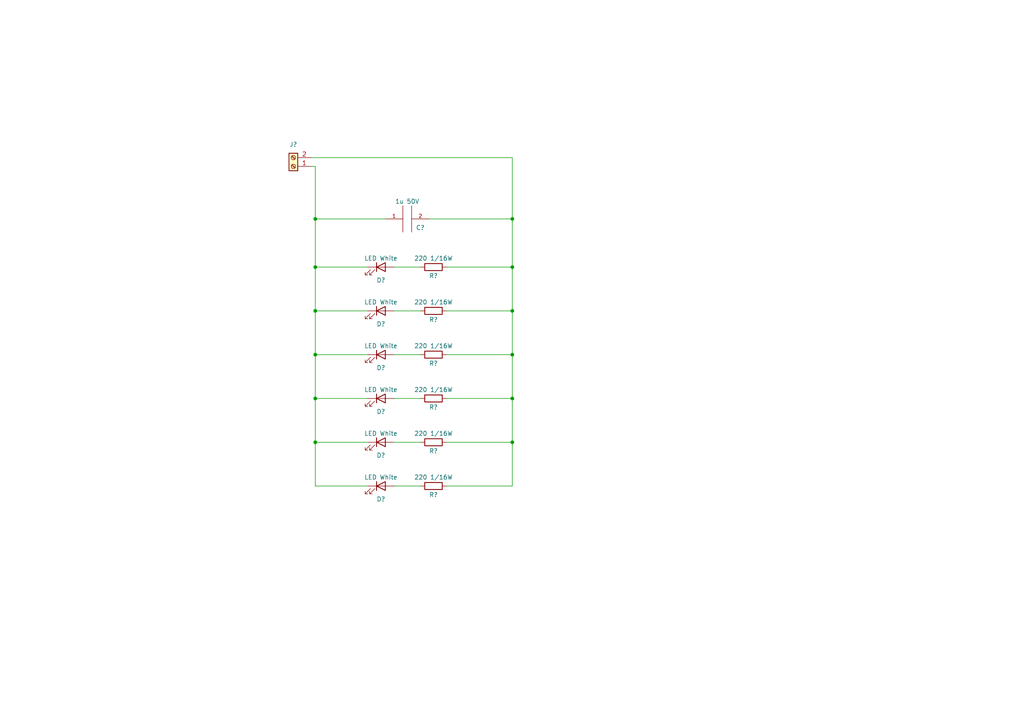
<source format=kicad_sch>
(kicad_sch (version 20211123) (generator eeschema)
  (paper "A4")
  (title_block (title "LED Strip") (rev "Version 1"))
  (lib_symbols
    (symbol "Connector:Screw_Terminal_01x02" (pin_names (offset 1.016) hide)
      (property "Reference" "J" (at 0 2.54 0))
      (property "Value" "Screw_Terminal_01x02" (at 0 -5.08 0))
      (symbol "Screw_Terminal_01x02_1_1"
        (rectangle (start -1.27 1.27) (end 1.27 -3.81) (stroke (width 0.254)) (fill (type background)))
        (circle (center 0 -2.54) (radius 0.635) (stroke (width 0.1524)))
        (polyline (pts (xy -0.5334 -2.2098) (xy 0.3302 -3.048)) (stroke (width 0.1524)))
        (polyline (pts (xy -0.5334 0.3302) (xy 0.3302 -0.508)) (stroke (width 0.1524)))
        (polyline (pts (xy -0.3556 -2.032) (xy 0.508 -2.8702)) (stroke (width 0.1524)))
        (polyline (pts (xy -0.3556 0.508) (xy 0.508 -0.3302)) (stroke (width 0.1524)))
        (circle (center 0 0) (radius 0.635) (stroke (width 0.1524)))
        (pin passive line (at -5.08 0 0) (length 3.81) (name "Pin_1") (number "1"))
        (pin passive line (at -5.08 -2.54 0) (length 3.81) (name "Pin_2") (number "2"))
      )
    )
    (symbol "Device:LED" (pin_numbers hide) (pin_names (offset 1.016) hide)
      (property "Reference" "D" (at 0 2.54 0))
      (property "Value" "LED" (at 0 -2.54 0))
      (symbol "LED_0_1"
        (polyline (pts (xy -1.27 -1.27) (xy -1.27 1.27)) (stroke (width 0.254)))
        (polyline (pts (xy -1.27 0) (xy 1.27 0)))
        (polyline (pts (xy 1.27 -1.27) (xy 1.27 1.27) (xy -1.27 0) (xy 1.27 -1.27)) (stroke (width 0.254)))
        (polyline (pts (xy -3.048 -0.762) (xy -4.572 -2.286) (xy -3.81 -2.286) (xy -4.572 -2.286) (xy -4.572 -1.524)))
        (polyline (pts (xy -1.778 -0.762) (xy -3.302 -2.286) (xy -2.54 -2.286) (xy -3.302 -2.286) (xy -3.302 -1.524)))
      )
      (symbol "LED_1_1"
        (pin passive line (at -3.81 0 0) (length 2.54) (name "K") (number "1"))
        (pin passive line (at 3.81 0 180) (length 2.54) (name "A") (number "2"))
      )
    )
    (symbol "Device:R" (pin_numbers hide) (pin_names (offset 0))
      (property "Reference" "R" (at 2.032 0 90))
      (property "Value" "R" (at 0 0 90))
      (symbol "R_0_1"
        (rectangle (start -1.016 -2.54) (end 1.016 2.54) (stroke (width 0.254)))
      )
      (symbol "R_1_1"
        (pin passive line (at 0 3.81 270) (length 1.27) (name "~") (number "1"))
        (pin passive line (at 0 -3.81 90) (length 1.27) (name "~") (number "2"))
      )
    )
    (symbol "pspice:C" (pin_names (offset 0.254))
      (property "Reference" "C" (at 2.54 3.81 90))
      (property "Value" "C" (at 2.54 -3.81 90))
      (symbol "C_0_1"
        (polyline (pts (xy -3.81 -1.27) (xy 3.81 -1.27)))
        (polyline (pts (xy -3.81 1.27) (xy 3.81 1.27)))
      )
      (symbol "C_1_1"
        (pin passive line (at 0 6.35 270) (length 5.08) (name "~") (number "1"))
        (pin passive line (at 0 -6.35 90) (length 5.08) (name "~") (number "2"))
      )
    )
  )
  (junction (at 91.44 115.57))
  (junction (at 91.44 90.17))
  (junction (at 148.59 102.87))
  (junction (at 148.59 90.17))
  (junction (at 148.59 128.27))
  (junction (at 148.59 63.5))
  (junction (at 91.44 63.5))
  (junction (at 91.44 77.47))
  (junction (at 148.59 77.47))
  (junction (at 148.59 115.57))
  (junction (at 91.44 128.27))
  (junction (at 91.44 102.87))
  (wire (pts (xy 114.3 102.87) (xy 121.92 102.87)))
  (wire (pts (xy 91.44 63.5) (xy 91.44 77.47)))
  (wire (pts (xy 91.44 77.47) (xy 91.44 90.17)))
  (wire (pts (xy 148.59 90.17) (xy 148.59 102.87)))
  (wire (pts (xy 111.76 63.5) (xy 91.44 63.5)))
  (wire (pts (xy 91.44 128.27) (xy 106.68 128.27)))
  (wire (pts (xy 148.59 102.87) (xy 148.59 115.57)))
  (wire (pts (xy 90.17 48.26) (xy 91.44 48.26)))
  (wire (pts (xy 148.59 115.57) (xy 148.59 128.27)))
  (wire (pts (xy 91.44 90.17) (xy 106.68 90.17)))
  (wire (pts (xy 114.3 115.57) (xy 121.92 115.57)))
  (wire (pts (xy 124.46 63.5) (xy 148.59 63.5)))
  (wire (pts (xy 91.44 115.57) (xy 106.68 115.57)))
  (wire (pts (xy 91.44 102.87) (xy 91.44 115.57)))
  (wire (pts (xy 90.17 45.72) (xy 148.59 45.72)))
  (wire (pts (xy 91.44 140.97) (xy 106.68 140.97)))
  (wire (pts (xy 114.3 77.47) (xy 121.92 77.47)))
  (wire (pts (xy 91.44 102.87) (xy 106.68 102.87)))
  (wire (pts (xy 114.3 128.27) (xy 121.92 128.27)))
  (wire (pts (xy 91.44 90.17) (xy 91.44 102.87)))
  (wire (pts (xy 148.59 140.97) (xy 129.54 140.97)))
  (wire (pts (xy 148.59 63.5) (xy 148.59 77.47)))
  (wire (pts (xy 148.59 77.47) (xy 148.59 90.17)))
  (wire (pts (xy 148.59 128.27) (xy 148.59 140.97)))
  (wire (pts (xy 91.44 115.57) (xy 91.44 128.27)))
  (wire (pts (xy 148.59 45.72) (xy 148.59 63.5)))
  (wire (pts (xy 129.54 77.47) (xy 148.59 77.47)))
  (wire (pts (xy 129.54 115.57) (xy 148.59 115.57)))
  (wire (pts (xy 129.54 128.27) (xy 148.59 128.27)))
  (wire (pts (xy 91.44 77.47) (xy 106.68 77.47)))
  (wire (pts (xy 114.3 140.97) (xy 121.92 140.97)))
  (wire (pts (xy 114.3 90.17) (xy 121.92 90.17)))
  (wire (pts (xy 129.54 90.17) (xy 148.59 90.17)))
  (wire (pts (xy 91.44 48.26) (xy 91.44 63.5)))
  (wire (pts (xy 91.44 128.27) (xy 91.44 140.97)))
  (wire (pts (xy 129.54 102.87) (xy 148.59 102.87)))
  (symbol (lib_id "Device:R") (at 125.73 115.57 90) (unit 1)
    (property "Reference" "R?" (at 125.73 118.11 90))
    (property "Value" "220 1/16W" (at 125.73 113.03 90))
    (property "Footprint" "Resistor_SMD:R_0402_1005Metric" (effects hide))
    (property "Datasheet" "https://datasheet.lcsc.com/lcsc/2110252230_UNI-ROYAL-Uniroyal-Elec-0402WGF2200TCE_C25091.pdf" (effects hide))
    (property "Part Number" "0402WGF2200TCE" (effects hide))
    (property "JLC" "C25091" (effects hide))
  )
  (symbol (lib_id "Device:R") (at 125.73 128.27 90) (unit 1)
    (property "Reference" "R?" (at 125.73 130.81 90))
    (property "Value" "220 1/16W" (at 125.73 125.73 90))
    (property "Footprint" "Resistor_SMD:R_0402_1005Metric" (effects hide))
    (property "Datasheet" "https://datasheet.lcsc.com/lcsc/2110252230_UNI-ROYAL-Uniroyal-Elec-0402WGF2200TCE_C25091.pdf" (effects hide))
    (property "Part Number" "0402WGF2200TCE" (effects hide))
    (property "JLC" "C25091" (effects hide))
  )
  (symbol (lib_id "Device:LED") (at 110.49 115.57 0) (unit 1)
    (property "Reference" "D?" (at 110.49 119.38 0))
    (property "Value" "LED White" (at 110.49 113.03 0))
    (property "Footprint" "LED_SMD:LED_0603_1608Metric" (effects hide))
    (property "Datasheet" "https://datasheet.lcsc.com/lcsc/1811071810_Everlight-Elec-19-217-T1D-CQ2R2TY-3T_C83955.pdf" (effects hide))
    (property "Part Number" "19-217/T1D-CQ2R2TY/3T" (effects hide))
    (property "JLC" "C83955" (effects hide))
  )
  (symbol (lib_id "Device:R") (at 125.73 90.17 90) (unit 1)
    (property "Reference" "R?" (at 125.73 92.71 90))
    (property "Value" "220 1/16W" (at 125.73 87.63 90))
    (property "Footprint" "Resistor_SMD:R_0402_1005Metric" (effects hide))
    (property "Datasheet" "https://datasheet.lcsc.com/lcsc/2110252230_UNI-ROYAL-Uniroyal-Elec-0402WGF2200TCE_C25091.pdf" (effects hide))
    (property "Part Number" "0402WGF2200TCE" (effects hide))
    (property "JLC" "C25091" (effects hide))
  )
  (symbol (lib_id "Device:R") (at 125.73 77.47 90) (unit 1)
    (property "Reference" "R?" (at 125.73 80.01 90))
    (property "Value" "220 1/16W" (at 125.73 74.93 90))
    (property "Footprint" "Resistor_SMD:R_0402_1005Metric" (effects hide))
    (property "Datasheet" "https://datasheet.lcsc.com/lcsc/2110252230_UNI-ROYAL-Uniroyal-Elec-0402WGF2200TCE_C25091.pdf" (effects hide))
    (property "Part Number" "0402WGF2200TCE" (effects hide))
    (property "JLC" "C25091" (effects hide))
  )
  (symbol (lib_id "pspice:C") (at 118.11 63.5 90) (unit 1)
    (property "Reference" "C?" (at 121.92 66.04 90))
    (property "Value" "1u 50V" (at 118.11 58.42 90))
    (property "Footprint" "Capacitor_SMD:C_0805_2012Metric" (effects hide))
    (property "Datasheet" "https://datasheet.lcsc.com/lcsc/1810191216_Samsung-Electro-Mechanics-CL21B105KBFNNNE_C28323.pdf" (effects hide))
    (property "Part Number" "CL21B105KBFNNNE" (effects hide))
    (property "JLC" "C28323" (effects hide))
  )
  (symbol (lib_id "Device:LED") (at 110.49 102.87 0) (unit 1)
    (property "Reference" "D?" (at 110.49 106.68 0))
    (property "Value" "LED White" (at 110.49 100.33 0))
    (property "Footprint" "LED_SMD:LED_0603_1608Metric" (effects hide))
    (property "Datasheet" "https://datasheet.lcsc.com/lcsc/1811071810_Everlight-Elec-19-217-T1D-CQ2R2TY-3T_C83955.pdf" (effects hide))
    (property "Part Number" "19-217/T1D-CQ2R2TY/3T" (effects hide))
    (property "JLC" "C83955" (effects hide))
  )
  (symbol (lib_id "Connector:Screw_Terminal_01x02") (at 85.09 48.26 180) (unit 1)
    (property "Reference" "J?" (at 85.09 41.91 0))
    (property "Value" "Screw_Terminal_01x02" (effects hide))
    (property "Footprint" "TerminalBlock_Phoenix:TerminalBlock_Phoenix_MKDS-1,5-2-5.08_1x02_P5.08mm_Horizontal" (effects hide))
  )
  (symbol (lib_id "Device:LED") (at 110.49 140.97 0) (unit 1)
    (property "Reference" "D?" (at 110.49 144.78 0))
    (property "Value" "LED White" (at 110.49 138.43 0))
    (property "Footprint" "LED_SMD:LED_0603_1608Metric" (effects hide))
    (property "Datasheet" "https://datasheet.lcsc.com/lcsc/1811071810_Everlight-Elec-19-217-T1D-CQ2R2TY-3T_C83955.pdf" (effects hide))
    (property "Part Number" "19-217/T1D-CQ2R2TY/3T" (effects hide))
    (property "JLC" "C83955" (effects hide))
  )
  (symbol (lib_id "Device:LED") (at 110.49 128.27 0) (unit 1)
    (property "Reference" "D?" (at 110.49 132.08 0))
    (property "Value" "LED White" (at 110.49 125.73 0))
    (property "Footprint" "LED_SMD:LED_0603_1608Metric" (effects hide))
    (property "Datasheet" "https://datasheet.lcsc.com/lcsc/1811071810_Everlight-Elec-19-217-T1D-CQ2R2TY-3T_C83955.pdf" (effects hide))
    (property "Part Number" "19-217/T1D-CQ2R2TY/3T" (effects hide))
    (property "JLC" "C83955" (effects hide))
  )
  (symbol (lib_id "Device:LED") (at 110.49 90.17 0) (unit 1)
    (property "Reference" "D?" (at 110.49 93.98 0))
    (property "Value" "LED White" (at 110.49 87.63 0))
    (property "Footprint" "LED_SMD:LED_0603_1608Metric" (effects hide))
    (property "Datasheet" "https://datasheet.lcsc.com/lcsc/1811071810_Everlight-Elec-19-217-T1D-CQ2R2TY-3T_C83955.pdf" (effects hide))
    (property "Part Number" "19-217/T1D-CQ2R2TY/3T" (effects hide))
    (property "JLC" "C83955" (effects hide))
  )
  (symbol (lib_id "Device:R") (at 125.73 102.87 90) (unit 1)
    (property "Reference" "R?" (at 125.73 105.41 90))
    (property "Value" "220 1/16W" (at 125.73 100.33 90))
    (property "Footprint" "Resistor_SMD:R_0402_1005Metric" (effects hide))
    (property "Datasheet" "https://datasheet.lcsc.com/lcsc/2110252230_UNI-ROYAL-Uniroyal-Elec-0402WGF2200TCE_C25091.pdf" (effects hide))
    (property "Part Number" "0402WGF2200TCE" (effects hide))
    (property "JLC" "C25091" (effects hide))
  )
  (symbol (lib_id "Device:R") (at 125.73 140.97 90) (unit 1)
    (property "Reference" "R?" (at 125.73 143.51 90))
    (property "Value" "220 1/16W" (at 125.73 138.43 90))
    (property "Footprint" "Resistor_SMD:R_0402_1005Metric" (effects hide))
    (property "Datasheet" "https://datasheet.lcsc.com/lcsc/2110252230_UNI-ROYAL-Uniroyal-Elec-0402WGF2200TCE_C25091.pdf" (effects hide))
    (property "Part Number" "0402WGF2200TCE" (effects hide))
    (property "JLC" "C25091" (effects hide))
  )
  (symbol (lib_id "Device:LED") (at 110.49 77.47 0) (unit 1)
    (property "Reference" "D?" (at 110.49 81.28 0))
    (property "Value" "LED White" (at 110.49 74.93 0))
    (property "Footprint" "LED_SMD:LED_0603_1608Metric" (effects hide))
    (property "Datasheet" "https://datasheet.lcsc.com/lcsc/1811071810_Everlight-Elec-19-217-T1D-CQ2R2TY-3T_C83955.pdf" (effects hide))
    (property "Part Number" "19-217/T1D-CQ2R2TY/3T" (effects hide))
    (property "JLC" "C83955" (effects hide))
  )
)
</source>
